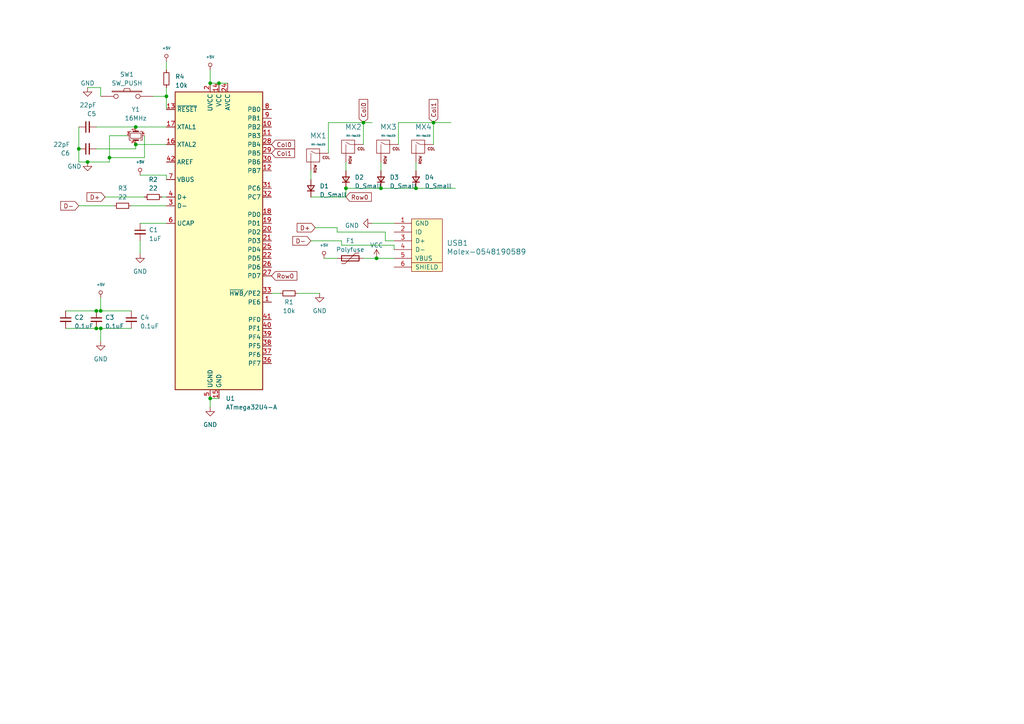
<source format=kicad_sch>
(kicad_sch (version 20230121) (generator eeschema)
  (paper "A4")
  (lib_symbols
    (symbol "Device:C_Small" (pin_numbers hide) (pin_names (offset 0.254) hide)
      (property "Reference" "C" (at 0.254 1.778 0))
      (property "Value" "C_Small" (at 0.254 -2.032 0))
      (symbol "C_Small_0_1"
        (polyline (pts (xy -1.524 -0.508) (xy 1.524 -0.508)) (stroke (width 0.3302)))
        (polyline (pts (xy -1.524 0.508) (xy 1.524 0.508)) (stroke (width 0.3048)))
      )
      (symbol "C_Small_1_1"
        (pin passive line (at 0 2.54 270) (length 2.032) (name "~") (number "1"))
        (pin passive line (at 0 -2.54 90) (length 2.032) (name "~") (number "2"))
      )
    )
    (symbol "Device:Crystal_GND24_Small" (pin_names (offset 1.016) hide)
      (property "Reference" "Y" (at 1.27 4.445 0))
      (property "Value" "Crystal_GND24_Small" (at 1.27 2.54 0))
      (symbol "Crystal_GND24_Small_0_1"
        (rectangle (start -0.762 -1.524) (end 0.762 1.524))
        (polyline (pts (xy -1.27 -0.762) (xy -1.27 0.762)) (stroke (width 0.381)))
        (polyline (pts (xy 1.27 -0.762) (xy 1.27 0.762)) (stroke (width 0.381)))
        (polyline (pts (xy -1.27 -1.27) (xy -1.27 -1.905) (xy 1.27 -1.905) (xy 1.27 -1.27)))
        (polyline (pts (xy -1.27 1.27) (xy -1.27 1.905) (xy 1.27 1.905) (xy 1.27 1.27)))
      )
      (symbol "Crystal_GND24_Small_1_1"
        (pin passive line (at -2.54 0 0) (length 1.27) (name "1") (number "1"))
        (pin passive line (at 0 -2.54 90) (length 0.635) (name "2") (number "2"))
        (pin passive line (at 2.54 0 180) (length 1.27) (name "3") (number "3"))
        (pin passive line (at 0 2.54 270) (length 0.635) (name "4") (number "4"))
      )
    )
    (symbol "Device:D_Small" (pin_numbers hide) (pin_names (offset 0.254) hide)
      (property "Reference" "D" (at -1.27 2.032 0))
      (property "Value" "D_Small" (at -3.81 -2.032 0))
      (symbol "D_Small_0_1"
        (polyline (pts (xy -0.762 -1.016) (xy -0.762 1.016)) (stroke (width 0.254)))
        (polyline (pts (xy -0.762 0) (xy 0.762 0)))
        (polyline (pts (xy 0.762 -1.016) (xy -0.762 0) (xy 0.762 1.016) (xy 0.762 -1.016)) (stroke (width 0.254)))
      )
      (symbol "D_Small_1_1"
        (pin passive line (at -2.54 0 0) (length 1.778) (name "K") (number "1"))
        (pin passive line (at 2.54 0 180) (length 1.778) (name "A") (number "2"))
      )
    )
    (symbol "Device:Polyfuse" (pin_numbers hide) (pin_names (offset 0))
      (property "Reference" "F" (at -2.54 0 90))
      (property "Value" "Polyfuse" (at 2.54 0 90))
      (symbol "Polyfuse_0_1"
        (rectangle (start -0.762 2.54) (end 0.762 -2.54) (stroke (width 0.254)))
        (polyline (pts (xy 0 2.54) (xy 0 -2.54)))
        (polyline (pts (xy -1.524 2.54) (xy -1.524 1.524) (xy 1.524 -1.524) (xy 1.524 -2.54)))
      )
      (symbol "Polyfuse_1_1"
        (pin passive line (at 0 3.81 270) (length 1.27) (name "~") (number "1"))
        (pin passive line (at 0 -3.81 90) (length 1.27) (name "~") (number "2"))
      )
    )
    (symbol "Device:R_Small" (pin_numbers hide) (pin_names (offset 0.254) hide)
      (property "Reference" "R" (at 0.762 0.508 0))
      (property "Value" "R_Small" (at 0.762 -1.016 0))
      (symbol "R_Small_0_1"
        (rectangle (start -0.762 1.778) (end 0.762 -1.778) (stroke (width 0.2032)))
      )
      (symbol "R_Small_1_1"
        (pin passive line (at 0 2.54 270) (length 0.762) (name "~") (number "1"))
        (pin passive line (at 0 -2.54 90) (length 0.762) (name "~") (number "2"))
      )
    )
    (symbol "MCU_Microchip_ATmega:ATmega32U4-A"
      (property "Reference" "U" (at -12.7 44.45 0))
      (property "Value" "ATmega32U4-A" (at 2.54 -44.45 0))
      (symbol "ATmega32U4-A_0_1"
        (rectangle (start -12.7 -43.18) (end 12.7 43.18) (stroke (width 0.254)) (fill (type background)))
      )
      (symbol "ATmega32U4-A_1_1"
        (pin bidirectional line (at 15.24 -17.78 180) (length 2.54) (name "PE6") (number "1"))
        (pin bidirectional line (at 15.24 33.02 180) (length 2.54) (name "PB2") (number "10"))
        (pin bidirectional line (at 15.24 30.48 180) (length 2.54) (name "PB3") (number "11"))
        (pin bidirectional line (at 15.24 20.32 180) (length 2.54) (name "PB7") (number "12"))
        (pin input line (at -15.24 38.1 0) (length 2.54) (name "~{RESET}") (number "13"))
        (pin power_in line (at 0 45.72 270) (length 2.54) (name "VCC") (number "14"))
        (pin power_in line (at 0 -45.72 90) (length 2.54) (name "GND") (number "15"))
        (pin output line (at -15.24 27.94 0) (length 2.54) (name "XTAL2") (number "16"))
        (pin input line (at -15.24 33.02 0) (length 2.54) (name "XTAL1") (number "17"))
        (pin bidirectional line (at 15.24 7.62 180) (length 2.54) (name "PD0") (number "18"))
        (pin bidirectional line (at 15.24 5.08 180) (length 2.54) (name "PD1") (number "19"))
        (pin power_in line (at -2.54 45.72 270) (length 2.54) (name "UVCC") (number "2"))
        (pin bidirectional line (at 15.24 2.54 180) (length 2.54) (name "PD2") (number "20"))
        (pin bidirectional line (at 15.24 0 180) (length 2.54) (name "PD3") (number "21"))
        (pin bidirectional line (at 15.24 -5.08 180) (length 2.54) (name "PD5") (number "22"))
        (pin passive line (at 0 -45.72 90) (length 2.54) hide (name "GND") (number "23"))
        (pin power_in line (at 2.54 45.72 270) (length 2.54) (name "AVCC") (number "24"))
        (pin bidirectional line (at 15.24 -2.54 180) (length 2.54) (name "PD4") (number "25"))
        (pin bidirectional line (at 15.24 -7.62 180) (length 2.54) (name "PD6") (number "26"))
        (pin bidirectional line (at 15.24 -10.16 180) (length 2.54) (name "PD7") (number "27"))
        (pin bidirectional line (at 15.24 27.94 180) (length 2.54) (name "PB4") (number "28"))
        (pin bidirectional line (at 15.24 25.4 180) (length 2.54) (name "PB5") (number "29"))
        (pin bidirectional line (at -15.24 10.16 0) (length 2.54) (name "D-") (number "3"))
        (pin bidirectional line (at 15.24 22.86 180) (length 2.54) (name "PB6") (number "30"))
        (pin bidirectional line (at 15.24 15.24 180) (length 2.54) (name "PC6") (number "31"))
        (pin bidirectional line (at 15.24 12.7 180) (length 2.54) (name "PC7") (number "32"))
        (pin bidirectional line (at 15.24 -15.24 180) (length 2.54) (name "~{HWB}/PE2") (number "33"))
        (pin passive line (at 0 45.72 270) (length 2.54) hide (name "VCC") (number "34"))
        (pin passive line (at 0 -45.72 90) (length 2.54) hide (name "GND") (number "35"))
        (pin bidirectional line (at 15.24 -35.56 180) (length 2.54) (name "PF7") (number "36"))
        (pin bidirectional line (at 15.24 -33.02 180) (length 2.54) (name "PF6") (number "37"))
        (pin bidirectional line (at 15.24 -30.48 180) (length 2.54) (name "PF5") (number "38"))
        (pin bidirectional line (at 15.24 -27.94 180) (length 2.54) (name "PF4") (number "39"))
        (pin bidirectional line (at -15.24 12.7 0) (length 2.54) (name "D+") (number "4"))
        (pin bidirectional line (at 15.24 -25.4 180) (length 2.54) (name "PF1") (number "40"))
        (pin bidirectional line (at 15.24 -22.86 180) (length 2.54) (name "PF0") (number "41"))
        (pin passive line (at -15.24 22.86 0) (length 2.54) (name "AREF") (number "42"))
        (pin passive line (at 0 -45.72 90) (length 2.54) hide (name "GND") (number "43"))
        (pin passive line (at 2.54 45.72 270) (length 2.54) hide (name "AVCC") (number "44"))
        (pin passive line (at -2.54 -45.72 90) (length 2.54) (name "UGND") (number "5"))
        (pin passive line (at -15.24 5.08 0) (length 2.54) (name "UCAP") (number "6"))
        (pin input line (at -15.24 17.78 0) (length 2.54) (name "VBUS") (number "7"))
        (pin bidirectional line (at 15.24 38.1 180) (length 2.54) (name "PB0") (number "8"))
        (pin bidirectional line (at 15.24 35.56 180) (length 2.54) (name "PB1") (number "9"))
      )
    )
    (symbol "MX_Alps_Hybrid:MX-NoLED" (pin_names (offset 1.016))
      (property "Reference" "MX" (at -0.635 3.81 0))
      (property "Value" "MX-NoLED" (at -0.635 1.27 0))
      (symbol "MX-NoLED_0_0"
        (rectangle (start -2.54 2.54) (end 1.27 -1.27))
        (polyline (pts (xy -1.27 -1.27) (xy -1.27 1.27)) (stroke (width 0.127)))
        (polyline (pts (xy 1.27 1.27) (xy 0 1.27) (xy -1.27 1.905)) (stroke (width 0.127)))
        (text "COL" (at 3.175 0 0) (effects (font (size 0.762 0.762))))
        (text "ROW" (at 0 -1.905 900) (effects (font (size 0.762 0.762)) (justify right)))
      )
      (symbol "MX-NoLED_1_1"
        (pin passive line (at 3.81 1.27 180) (length 2.54) (name "COL") (number "1"))
        (pin passive line (at -1.27 -3.81 90) (length 2.54) (name "ROW") (number "2"))
      )
    )
    (symbol "keyboard_parts:+5V" (power) (pin_names (offset 0))
      (property "Value" "+5V" (at 0 2.794 0))
      (symbol "+5V_0_0"
        (pin power_in line (at 0 0 90) (length 0) hide (name "+5V") (number "1"))
      )
      (symbol "+5V_0_1"
        (polyline (pts (xy 0 0) (xy 0 1.016) (xy 0 1.016)))
        (circle (center 0 1.524) (radius 0.508))
      )
    )
    (symbol "keyboard_parts:SW_PUSH" (pin_numbers hide) (pin_names (offset 1.016) hide)
      (property "Reference" "SW" (at 3.81 2.794 0))
      (property "Value" "SW_PUSH" (at 0 -2.032 0))
      (symbol "SW_PUSH_0_1"
        (rectangle (start -4.318 1.27) (end 4.318 1.524))
        (polyline (pts (xy -1.016 1.524) (xy -0.762 2.286) (xy 0.762 2.286) (xy 1.016 1.524)))
        (pin passive inverted (at -7.62 0 0) (length 5.08) (name "1") (number "1"))
        (pin passive inverted (at 7.62 0 180) (length 5.08) (name "2") (number "2"))
      )
    )
    (symbol "power:GND" (power) (pin_names (offset 0))
      (property "Value" "GND" (at 0 -3.81 0))
      (symbol "GND_0_1"
        (polyline (pts (xy 0 0) (xy 0 -1.27) (xy 1.27 -1.27) (xy 0 -2.54) (xy -1.27 -1.27) (xy 0 -1.27)))
      )
      (symbol "GND_1_1"
        (pin power_in line (at 0 0 270) (length 0) hide (name "GND") (number "1"))
      )
    )
    (symbol "power:VCC" (power) (pin_names (offset 0))
      (property "Value" "VCC" (at 0 3.81 0))
      (symbol "VCC_0_1"
        (polyline (pts (xy -0.762 1.27) (xy 0 2.54)))
        (polyline (pts (xy 0 0) (xy 0 2.54)))
        (polyline (pts (xy 0 2.54) (xy 0.762 1.27)))
      )
      (symbol "VCC_1_1"
        (pin power_in line (at 0 0 90) (length 0) hide (name "VCC") (number "1"))
      )
    )
    (symbol "random-keyboard-parts:Molex-0548190589" (pin_names (offset 1.016))
      (property "Reference" "USB" (at 0 7.62 0))
      (property "Value" "Molex-0548190589" (at 0 10.16 0))
      (symbol "Molex-0548190589_0_0"
        (polyline (pts (xy 6.35 -2.54) (xy 6.35 6.35)))
        (rectangle (start 8.89 -2.54) (end -6.35 6.35) (fill (type background)))
      )
      (symbol "Molex-0548190589_1_1"
        (pin input line (at -5.08 -7.62 90) (length 5.08) (name "GND") (number "1"))
        (pin input line (at -2.54 -7.62 90) (length 5.08) (name "ID") (number "2"))
        (pin input line (at 0 -7.62 90) (length 5.08) (name "D+") (number "3"))
        (pin input line (at 2.54 -7.62 90) (length 5.08) (name "D-") (number "4"))
        (pin input line (at 5.08 -7.62 90) (length 5.08) (name "VBUS") (number "5"))
        (pin input line (at 7.62 -7.62 90) (length 5.08) (name "SHIELD") (number "6"))
      )
    )
  )
  (junction (at 48.26 27.94))
  (junction (at 105.41 35.56))
  (junction (at 39.37 41.91))
  (junction (at 125.73 35.56))
  (junction (at 100.33 54.61))
  (junction (at 109.22 74.93))
  (junction (at 27.94 90.17))
  (junction (at 120.65 54.61))
  (junction (at 39.37 36.83))
  (junction (at 29.21 90.17))
  (junction (at 60.96 24.13))
  (junction (at 27.94 95.25))
  (junction (at 22.86 43.18))
  (junction (at 25.4 46.99))
  (junction (at 31.75 45.72))
  (junction (at 63.5 24.13))
  (junction (at 110.49 54.61))
  (junction (at 60.96 115.57))
  (junction (at 29.21 95.25))
  (wire (pts (xy 91.44 66.04) (xy 97.79 66.04)))
  (wire (pts (xy 100.33 57.15) (xy 100.33 54.61)))
  (wire (pts (xy 40.64 64.77) (xy 48.26 64.77)))
  (wire (pts (xy 41.91 39.37) (xy 41.91 45.72)))
  (wire (pts (xy 22.86 36.83) (xy 22.86 43.18)))
  (wire (pts (xy 125.73 35.56) (xy 125.73 41.91)))
  (wire (pts (xy 60.96 20.32) (xy 60.96 24.13)))
  (wire (pts (xy 105.41 35.56) (xy 105.41 41.91)))
  (wire (pts (xy 19.05 90.17) (xy 27.94 90.17)))
  (wire (pts (xy 60.96 24.13) (xy 63.5 24.13)))
  (wire (pts (xy 97.79 67.31) (xy 111.76 67.31)))
  (wire (pts (xy 22.86 59.69) (xy 33.02 59.69)))
  (wire (pts (xy 38.1 59.69) (xy 48.26 59.69)))
  (wire (pts (xy 90.17 57.15) (xy 100.33 57.15)))
  (wire (pts (xy 40.64 50.8) (xy 48.26 50.8)))
  (wire (pts (xy 41.91 45.72) (xy 31.75 45.72)))
  (wire (pts (xy 95.25 44.45) (xy 95.25 35.56)))
  (wire (pts (xy 29.21 86.36) (xy 29.21 90.17)))
  (wire (pts (xy 31.75 39.37) (xy 31.75 45.72)))
  (wire (pts (xy 100.33 46.99) (xy 100.33 49.53)))
  (wire (pts (xy 120.65 46.99) (xy 120.65 49.53)))
  (wire (pts (xy 111.76 67.31) (xy 111.76 69.85)))
  (wire (pts (xy 115.57 35.56) (xy 115.57 41.91)))
  (wire (pts (xy 60.96 115.57) (xy 60.96 118.11)))
  (wire (pts (xy 78.74 85.09) (xy 81.28 85.09)))
  (wire (pts (xy 109.22 74.93) (xy 114.3 74.93)))
  (wire (pts (xy 39.37 36.83) (xy 48.26 36.83)))
  (wire (pts (xy 90.17 49.53) (xy 90.17 52.07)))
  (wire (pts (xy 22.86 46.99) (xy 25.4 46.99)))
  (wire (pts (xy 115.57 35.56) (xy 125.73 35.56)))
  (wire (pts (xy 30.48 57.15) (xy 41.91 57.15)))
  (wire (pts (xy 25.4 25.4) (xy 29.21 25.4)))
  (wire (pts (xy 63.5 24.13) (xy 66.04 24.13)))
  (wire (pts (xy 111.76 69.85) (xy 114.3 69.85)))
  (wire (pts (xy 93.98 74.93) (xy 97.79 74.93)))
  (wire (pts (xy 90.17 69.85) (xy 99.06 69.85)))
  (wire (pts (xy 44.45 27.94) (xy 48.26 27.94)))
  (wire (pts (xy 46.99 57.15) (xy 48.26 57.15)))
  (wire (pts (xy 40.64 69.85) (xy 40.64 73.66)))
  (wire (pts (xy 22.86 43.18) (xy 22.86 46.99)))
  (wire (pts (xy 29.21 95.25) (xy 29.21 99.06)))
  (wire (pts (xy 39.37 41.91) (xy 39.37 43.18)))
  (wire (pts (xy 48.26 50.8) (xy 48.26 52.07)))
  (wire (pts (xy 27.94 43.18) (xy 39.37 43.18)))
  (wire (pts (xy 97.79 66.04) (xy 97.79 67.31)))
  (wire (pts (xy 48.26 27.94) (xy 48.26 31.75)))
  (wire (pts (xy 48.26 17.78) (xy 48.26 20.32)))
  (wire (pts (xy 99.06 69.85) (xy 99.06 71.12)))
  (wire (pts (xy 120.65 54.61) (xy 132.08 54.61)))
  (wire (pts (xy 110.49 46.99) (xy 110.49 49.53)))
  (wire (pts (xy 29.21 95.25) (xy 38.1 95.25)))
  (wire (pts (xy 114.3 71.12) (xy 114.3 72.39)))
  (wire (pts (xy 105.41 74.93) (xy 109.22 74.93)))
  (wire (pts (xy 107.95 64.77) (xy 114.3 64.77)))
  (wire (pts (xy 95.25 35.56) (xy 105.41 35.56)))
  (wire (pts (xy 99.06 71.12) (xy 114.3 71.12)))
  (wire (pts (xy 48.26 25.4) (xy 48.26 27.94)))
  (wire (pts (xy 29.21 27.94) (xy 29.21 25.4)))
  (wire (pts (xy 125.73 35.56) (xy 130.81 35.56)))
  (wire (pts (xy 39.37 41.91) (xy 48.26 41.91)))
  (wire (pts (xy 86.36 85.09) (xy 92.71 85.09)))
  (wire (pts (xy 19.05 95.25) (xy 27.94 95.25)))
  (wire (pts (xy 60.96 115.57) (xy 63.5 115.57)))
  (wire (pts (xy 27.94 36.83) (xy 39.37 36.83)))
  (wire (pts (xy 27.94 90.17) (xy 29.21 90.17)))
  (wire (pts (xy 36.83 39.37) (xy 31.75 39.37)))
  (wire (pts (xy 110.49 54.61) (xy 120.65 54.61)))
  (wire (pts (xy 105.41 35.56) (xy 107.95 35.56)))
  (wire (pts (xy 31.75 45.72) (xy 31.75 46.99)))
  (wire (pts (xy 29.21 90.17) (xy 38.1 90.17)))
  (wire (pts (xy 31.75 46.99) (xy 25.4 46.99)))
  (wire (pts (xy 27.94 95.25) (xy 29.21 95.25)))
  (wire (pts (xy 100.33 54.61) (xy 110.49 54.61)))
  (global_label "Col0" (shape input) (at 78.74 41.91 0) (property "Intersheetrefs" "${INTERSHEET_REFS}" (effects hide)))
  (global_label "Col0" (shape input) (at 105.41 35.56 90) (property "Intersheetrefs" "${INTERSHEET_REFS}" (effects hide)))
  (global_label "Col1" (shape input) (at 125.73 35.56 90) (property "Intersheetrefs" "${INTERSHEET_REFS}" (effects hide)))
  (global_label "Row0" (shape input) (at 100.33 57.15 0) (property "Intersheetrefs" "${INTERSHEET_REFS}" (effects hide)))
  (global_label "D-" (shape input) (at 22.86 59.69 180) (property "Intersheetrefs" "${INTERSHEET_REFS}" (effects hide)))
  (global_label "D+" (shape input) (at 91.44 66.04 180) (property "Intersheetrefs" "${INTERSHEET_REFS}" (effects hide)))
  (global_label "D+" (shape input) (at 30.48 57.15 180) (property "Intersheetrefs" "${INTERSHEET_REFS}" (effects hide)))
  (global_label "Col1" (shape input) (at 78.74 44.45 0) (property "Intersheetrefs" "${INTERSHEET_REFS}" (effects hide)))
  (global_label "Row0" (shape input) (at 78.74 80.01 0) (property "Intersheetrefs" "${INTERSHEET_REFS}" (effects hide)))
  (global_label "D-" (shape input) (at 90.17 69.85 180) (property "Intersheetrefs" "${INTERSHEET_REFS}" (effects hide)))
  (symbol (lib_id "Device:C_Small") (at 27.94 92.71 0) (unit 1)
    (property "Reference" "C3" (at 30.48 92.0813 0) (effects (justify left)))
    (property "Value" "0.1uF" (at 30.48 94.6213 0) (effects (justify left)))
    (property "Footprint" "Capacitor_SMD:C_0805_2012Metric" (effects hide))
  )
  (symbol (lib_id "Device:D_Small") (at 120.65 52.07 90) (unit 1)
    (property "Reference" "D4" (at 123.19 51.435 90) (effects (justify right)))
    (property "Value" "D_Small" (at 123.19 53.975 90) (effects (justify right)))
    (property "Footprint" "Diode_SMD:D_SOD-123" (effects hide))
    (property "Sim.Device" "D" (effects hide))
    (property "Sim.Pins" "1=K 2=A" (effects hide))
  )
  (symbol (lib_id "MCU_Microchip_ATmega:ATmega32U4-A") (at 63.5 69.85 0) (unit 1)
    (property "Reference" "U1" (at 65.4559 115.57 0) (effects (justify left)))
    (property "Value" "ATmega32U4-A" (at 65.4559 118.11 0) (effects (justify left)))
    (property "Footprint" "Package_QFP:TQFP-44_10x10mm_P0.8mm" (effects hide))
    (property "Datasheet" "http://ww1.microchip.com/downloads/en/DeviceDoc/Atmel-7766-8-bit-AVR-ATmega16U4-32U4_Datasheet.pdf" (effects hide))
  )
  (symbol (lib_id "Device:C_Small") (at 25.4 43.18 90) (unit 1)
    (property "Reference" "C6" (at 20.32 44.45 90) (effects (justify left)))
    (property "Value" "22pF" (at 20.32 41.91 90) (effects (justify left)))
    (property "Footprint" "Capacitor_SMD:C_0805_2012Metric" (effects hide))
  )
  (symbol (lib_id "power:GND") (at 40.64 73.66 0) (unit 1)
    (property "Reference" "#PWR06" (effects hide))
    (property "Value" "GND" (at 40.64 78.74 0))
  )
  (symbol (lib_id "Device:C_Small") (at 25.4 36.83 90) (unit 1)
    (property "Reference" "C5" (at 27.94 33.02 90) (effects (justify left)))
    (property "Value" "22pF" (at 27.94 30.48 90) (effects (justify left)))
    (property "Footprint" "Capacitor_SMD:C_0805_2012Metric" (effects hide))
  )
  (symbol (lib_id "Device:D_Small") (at 100.33 52.07 90) (unit 1)
    (property "Reference" "D2" (at 102.87 51.435 90) (effects (justify right)))
    (property "Value" "D_Small" (at 102.87 53.975 90) (effects (justify right)))
    (property "Footprint" "Diode_SMD:D_SOD-123" (effects hide))
    (property "Sim.Device" "D" (effects hide))
    (property "Sim.Pins" "1=K 2=A" (effects hide))
  )
  (symbol (lib_id "Device:Crystal_GND24_Small") (at 39.37 39.37 270) (unit 1)
    (property "Reference" "Y1" (at 39.37 31.75 90))
    (property "Value" "16MHz" (at 39.37 34.29 90))
    (property "Footprint" "Crystal:Crystal_SMD_3225-4Pin_3.2x2.5mm" (effects hide))
  )
  (symbol (lib_id "power:GND") (at 25.4 46.99 0) (unit 1)
    (property "Reference" "#PWR010" (effects hide))
    (property "Value" "GND" (at 21.59 48.26 0))
  )
  (symbol (lib_id "MX_Alps_Hybrid:MX-NoLED") (at 121.92 43.18 0) (unit 1)
    (property "Reference" "MX4" (at 122.8032 36.83 0) (effects (font (size 1.524 1.524))))
    (property "Value" "MX-NoLED" (at 122.8032 39.37 0) (effects (font (size 0.508 0.508))))
    (property "Footprint" "MX_Alps_Hybrid:MX-1U" (effects hide))
  )
  (symbol (lib_id "Device:C_Small") (at 38.1 92.71 0) (unit 1)
    (property "Reference" "C4" (at 40.64 92.0813 0) (effects (justify left)))
    (property "Value" "0.1uF" (at 40.64 94.6213 0) (effects (justify left)))
    (property "Footprint" "Capacitor_SMD:C_0805_2012Metric" (effects hide))
  )
  (symbol (lib_id "MX_Alps_Hybrid:MX-NoLED") (at 91.44 45.72 0) (unit 1)
    (property "Reference" "MX1" (at 92.3232 39.37 0) (effects (font (size 1.524 1.524))))
    (property "Value" "MX-NoLED" (at 92.3232 41.91 0) (effects (font (size 0.508 0.508))))
    (property "Footprint" "MX_Alps_Hybrid:MX-1U" (effects hide))
  )
  (symbol (lib_id "MX_Alps_Hybrid:MX-NoLED") (at 101.6 43.18 0) (unit 1)
    (property "Reference" "MX2" (at 102.4832 36.83 0) (effects (font (size 1.524 1.524))))
    (property "Value" "MX-NoLED" (at 102.4832 39.37 0) (effects (font (size 0.508 0.508))))
    (property "Footprint" "MX_Alps_Hybrid:MX-1U" (effects hide))
  )
  (symbol (lib_id "power:GND") (at 29.21 99.06 0) (unit 1)
    (property "Reference" "#PWR09" (effects hide))
    (property "Value" "GND" (at 29.21 104.14 0))
  )
  (symbol (lib_id "power:GND") (at 60.96 118.11 0) (unit 1)
    (property "Reference" "#PWR02" (effects hide))
    (property "Value" "GND" (at 60.96 123.19 0))
  )
  (symbol (lib_id "power:GND") (at 92.71 85.09 0) (unit 1)
    (property "Reference" "#PWR03" (effects hide))
    (property "Value" "GND" (at 92.71 90.17 0))
  )
  (symbol (lib_id "Device:D_Small") (at 90.17 54.61 90) (unit 1)
    (property "Reference" "D1" (at 92.71 53.975 90) (effects (justify right)))
    (property "Value" "D_Small" (at 92.71 56.515 90) (effects (justify right)))
    (property "Footprint" "Diode_SMD:D_SOD-123" (effects hide))
    (property "Sim.Device" "D" (effects hide))
    (property "Sim.Pins" "1=K 2=A" (effects hide))
  )
  (symbol (lib_id "Device:Polyfuse") (at 101.6 74.93 90) (unit 1)
    (property "Reference" "F1" (at 101.6 69.85 90))
    (property "Value" "Polyfuse" (at 101.6 72.39 90))
    (property "Footprint" "Fuse:Fuse_1206_3216Metric" (effects hide))
  )
  (symbol (lib_id "keyboard_parts:+5V") (at 93.98 74.93 0) (unit 1)
    (property "Reference" "#PWR05" (effects hide))
    (property "Value" "+5V" (at 93.98 71.12 0) (effects (font (size 0.762 0.762))))
  )
  (symbol (lib_id "keyboard_parts:SW_PUSH") (at 36.83 27.94 0) (unit 1)
    (property "Reference" "SW1" (at 36.83 21.59 0))
    (property "Value" "SW_PUSH" (at 36.83 24.13 0))
    (property "Footprint" "random-keyboard-parts:SKQG-1155865" (effects hide))
  )
  (symbol (lib_id "Device:C_Small") (at 40.64 67.31 0) (unit 1)
    (property "Reference" "C1" (at 43.18 66.6813 0) (effects (justify left)))
    (property "Value" "1uF" (at 43.18 69.2213 0) (effects (justify left)))
    (property "Footprint" "Capacitor_SMD:C_0805_2012Metric" (effects hide))
  )
  (symbol (lib_id "power:GND") (at 25.4 25.4 0) (unit 1)
    (property "Reference" "#PWR011" (effects hide))
    (property "Value" "GND" (at 25.4 24.13 0))
  )
  (symbol (lib_id "keyboard_parts:+5V") (at 40.64 50.8 0) (unit 1)
    (property "Reference" "#PWR07" (effects hide))
    (property "Value" "+5V" (at 40.64 46.99 0) (effects (font (size 0.762 0.762))))
  )
  (symbol (lib_id "power:VCC") (at 109.22 74.93 0) (unit 1)
    (property "Reference" "#PWR04" (effects hide))
    (property "Value" "VCC" (at 109.22 71.12 0))
  )
  (symbol (lib_id "Device:C_Small") (at 19.05 92.71 0) (unit 1)
    (property "Reference" "C2" (at 21.59 92.0813 0) (effects (justify left)))
    (property "Value" "0.1uF" (at 21.59 94.6213 0) (effects (justify left)))
    (property "Footprint" "Capacitor_SMD:C_0805_2012Metric" (effects hide))
  )
  (symbol (lib_id "Device:R_Small") (at 83.82 85.09 270) (unit 1)
    (property "Reference" "R1" (at 83.82 87.63 90))
    (property "Value" "10k" (at 83.82 90.17 90))
    (property "Footprint" "Resistor_SMD:R_0805_2012Metric" (effects hide))
  )
  (symbol (lib_id "keyboard_parts:+5V") (at 60.96 20.32 0) (unit 1)
    (property "Reference" "#PWR01" (effects hide))
    (property "Value" "+5V" (at 60.96 16.51 0) (effects (font (size 0.762 0.762))))
  )
  (symbol (lib_id "random-keyboard-parts:Molex-0548190589") (at 121.92 69.85 270) (unit 1)
    (property "Reference" "USB1" (at 129.54 70.485 90) (effects (font (size 1.524 1.524)) (justify left)))
    (property "Value" "Molex-0548190589" (at 129.54 73.025 90) (effects (font (size 1.524 1.524)) (justify left)))
    (property "Footprint" "random-keyboard-parts:Molex-0548190589" (effects hide))
  )
  (symbol (lib_id "Device:D_Small") (at 110.49 52.07 90) (unit 1)
    (property "Reference" "D3" (at 113.03 51.435 90) (effects (justify right)))
    (property "Value" "D_Small" (at 113.03 53.975 90) (effects (justify right)))
    (property "Footprint" "Diode_SMD:D_SOD-123" (effects hide))
    (property "Sim.Device" "D" (effects hide))
    (property "Sim.Pins" "1=K 2=A" (effects hide))
  )
  (symbol (lib_id "keyboard_parts:+5V") (at 48.26 17.78 0) (unit 1)
    (property "Reference" "#PWR012" (effects hide))
    (property "Value" "+5V" (at 48.26 13.97 0) (effects (font (size 0.762 0.762))))
  )
  (symbol (lib_id "Device:R_Small") (at 35.56 59.69 90) (unit 1)
    (property "Reference" "R3" (at 35.56 54.61 90))
    (property "Value" "22" (at 35.56 57.15 90))
    (property "Footprint" "Resistor_SMD:R_0805_2012Metric" (effects hide))
  )
  (symbol (lib_id "power:GND") (at 107.95 64.77 270) (unit 1)
    (property "Reference" "#PWR013" (effects hide))
    (property "Value" "GND" (at 104.14 65.405 90) (effects (justify right)))
  )
  (symbol (lib_id "keyboard_parts:+5V") (at 29.21 86.36 0) (unit 1)
    (property "Reference" "#PWR08" (effects hide))
    (property "Value" "+5V" (at 29.21 82.55 0) (effects (font (size 0.762 0.762))))
  )
  (symbol (lib_id "Device:R_Small") (at 48.26 22.86 0) (unit 1)
    (property "Reference" "R4" (at 50.8 22.225 0) (effects (justify left)))
    (property "Value" "10k" (at 50.8 24.765 0) (effects (justify left)))
    (property "Footprint" "Resistor_SMD:R_0805_2012Metric" (effects hide))
  )
  (symbol (lib_id "MX_Alps_Hybrid:MX-NoLED") (at 111.76 43.18 0) (unit 1)
    (property "Reference" "MX3" (at 112.6432 36.83 0) (effects (font (size 1.524 1.524))))
    (property "Value" "MX-NoLED" (at 112.6432 39.37 0) (effects (font (size 0.508 0.508))))
    (property "Footprint" "MX_Alps_Hybrid:MX-1U" (effects hide))
  )
  (symbol (lib_id "Device:R_Small") (at 44.45 57.15 270) (unit 1)
    (property "Reference" "R2" (at 44.45 52.07 90))
    (property "Value" "22" (at 44.45 54.61 90))
    (property "Footprint" "Resistor_SMD:R_0805_2012Metric" (effects hide))
  )
)
</source>
